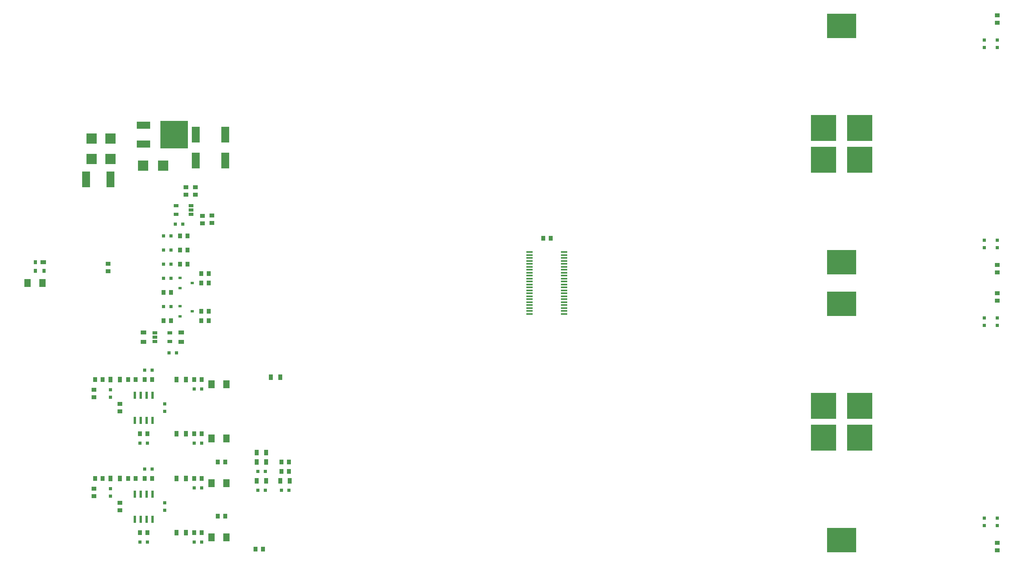
<source format=gtp>
G04 Layer_Color=8421504*
%FSLAX25Y25*%
%MOIN*%
G70*
G01*
G75*
%ADD10R,0.03150X0.03150*%
%ADD11R,0.03937X0.02756*%
%ADD12R,0.03543X0.03937*%
%ADD13R,0.08661X0.08661*%
%ADD14R,0.07008X0.13780*%
%ADD15R,0.11811X0.06299*%
%ADD16R,0.23622X0.23622*%
%ADD17R,0.03150X0.03150*%
%ADD18R,0.04724X0.03543*%
%ADD19R,0.03543X0.04724*%
%ADD20R,0.03937X0.03543*%
%ADD21R,0.05512X0.06693*%
%ADD22R,0.07087X0.13386*%
%ADD23R,0.02362X0.05905*%
%ADD24R,0.08661X0.08661*%
%ADD25R,0.03150X0.03543*%
%ADD26R,0.05709X0.01575*%
%ADD27R,0.02756X0.02362*%
%ADD28R,0.25000X0.20866*%
%ADD29R,0.21260X0.22047*%
D10*
X138004Y176500D02*
D03*
X131705D02*
D03*
X133150Y252000D02*
D03*
X126850D02*
D03*
X133150Y264000D02*
D03*
X126850D02*
D03*
X133150Y276000D02*
D03*
X126850D02*
D03*
X133150Y216000D02*
D03*
X126850D02*
D03*
X133150Y240000D02*
D03*
X126850D02*
D03*
X136850Y286000D02*
D03*
X143150D02*
D03*
X159150Y16000D02*
D03*
X152850D02*
D03*
X159150Y62000D02*
D03*
X152850D02*
D03*
X106850Y16000D02*
D03*
X113150D02*
D03*
X110850Y78000D02*
D03*
X117150D02*
D03*
X233150Y60000D02*
D03*
X226850D02*
D03*
X159150Y100000D02*
D03*
X152850D02*
D03*
X213150Y60000D02*
D03*
X206850D02*
D03*
X213150Y76000D02*
D03*
X206850D02*
D03*
X159150Y146000D02*
D03*
X152850D02*
D03*
X106850Y100000D02*
D03*
X113150D02*
D03*
X110850Y162000D02*
D03*
X117150D02*
D03*
D11*
X132299Y193740D02*
D03*
X119701Y190000D02*
D03*
X132299Y186260D02*
D03*
X119701D02*
D03*
Y193740D02*
D03*
X137701Y294260D02*
D03*
X150299Y298000D02*
D03*
X137701Y301740D02*
D03*
X150299D02*
D03*
Y294260D02*
D03*
D12*
X172850Y84000D02*
D03*
X179150D02*
D03*
Y38000D02*
D03*
X172850D02*
D03*
X455150Y274000D02*
D03*
X448850D02*
D03*
X204850Y10000D02*
D03*
X211150D02*
D03*
X159150Y24000D02*
D03*
X152850D02*
D03*
X103150Y70000D02*
D03*
X96850D02*
D03*
X75150D02*
D03*
X68850D02*
D03*
X113150Y24000D02*
D03*
X106850D02*
D03*
X117150Y70000D02*
D03*
X110850D02*
D03*
X233150Y76000D02*
D03*
X226850D02*
D03*
X159150Y70000D02*
D03*
X152850D02*
D03*
X147150Y252000D02*
D03*
X140850D02*
D03*
X147150Y264000D02*
D03*
X140850D02*
D03*
X147150Y276000D02*
D03*
X140850D02*
D03*
X226850Y84000D02*
D03*
X233150D02*
D03*
X159150Y108000D02*
D03*
X152850D02*
D03*
X103150Y154000D02*
D03*
X96850D02*
D03*
X75150D02*
D03*
X68850D02*
D03*
X158850Y212000D02*
D03*
X165150D02*
D03*
X158850Y236000D02*
D03*
X165150D02*
D03*
X113150Y108000D02*
D03*
X106850D02*
D03*
X126850Y204000D02*
D03*
X133150D02*
D03*
X158850D02*
D03*
X165150D02*
D03*
X126850Y228000D02*
D03*
X133150D02*
D03*
X158850Y244000D02*
D03*
X165150D02*
D03*
X117150Y154000D02*
D03*
X110850D02*
D03*
X159150D02*
D03*
X152850D02*
D03*
D13*
X82000Y341339D02*
D03*
Y358661D02*
D03*
X66000Y341339D02*
D03*
Y358661D02*
D03*
D14*
X81941Y324000D02*
D03*
X61351D02*
D03*
D15*
X110000Y354000D02*
D03*
Y370000D02*
D03*
D16*
X136000Y362000D02*
D03*
D17*
X823000Y36150D02*
D03*
Y29850D02*
D03*
X834000Y36150D02*
D03*
Y29850D02*
D03*
X823000Y199850D02*
D03*
Y206150D02*
D03*
X834000Y199850D02*
D03*
Y206150D02*
D03*
X823000Y272150D02*
D03*
Y265850D02*
D03*
X834000Y272150D02*
D03*
Y265850D02*
D03*
X823000Y435850D02*
D03*
Y442150D02*
D03*
X834000Y435850D02*
D03*
Y442150D02*
D03*
X82000Y61150D02*
D03*
Y54850D02*
D03*
X128000Y42850D02*
D03*
Y49150D02*
D03*
X82000Y145150D02*
D03*
Y138850D02*
D03*
X128000Y126850D02*
D03*
Y133150D02*
D03*
D18*
X142000Y193937D02*
D03*
Y186063D02*
D03*
X110000Y193937D02*
D03*
Y186063D02*
D03*
X24953Y253543D02*
D03*
D19*
X225937Y156000D02*
D03*
X218063D02*
D03*
X138063Y24000D02*
D03*
X145937D02*
D03*
X82063Y70000D02*
D03*
X89937D02*
D03*
X233937Y68000D02*
D03*
X226063D02*
D03*
X138063Y70000D02*
D03*
X145937D02*
D03*
X138063Y108000D02*
D03*
X145937D02*
D03*
X82063Y154000D02*
D03*
X89937D02*
D03*
X213937Y68000D02*
D03*
X206063D02*
D03*
X213937Y84000D02*
D03*
X206063D02*
D03*
X213937Y92000D02*
D03*
X206063D02*
D03*
X138063Y154000D02*
D03*
X145937D02*
D03*
D20*
X80000Y252299D02*
D03*
Y246000D02*
D03*
X834000Y15150D02*
D03*
Y8850D02*
D03*
Y220850D02*
D03*
Y227150D02*
D03*
Y251150D02*
D03*
Y244850D02*
D03*
Y456850D02*
D03*
Y463150D02*
D03*
X154000Y310850D02*
D03*
Y317150D02*
D03*
X146000D02*
D03*
Y310850D02*
D03*
X168000Y293150D02*
D03*
Y286850D02*
D03*
X160000Y292850D02*
D03*
Y286551D02*
D03*
X68000Y61150D02*
D03*
Y54850D02*
D03*
X90000Y42850D02*
D03*
Y49150D02*
D03*
X68000Y145150D02*
D03*
Y138850D02*
D03*
X90000Y126850D02*
D03*
Y133150D02*
D03*
D21*
X180299Y20000D02*
D03*
X167701D02*
D03*
X180299Y66000D02*
D03*
X167701D02*
D03*
X180299Y104000D02*
D03*
X167701D02*
D03*
X180299Y150000D02*
D03*
X167701D02*
D03*
X11701Y236000D02*
D03*
X24299D02*
D03*
D22*
X154124Y362000D02*
D03*
X179321D02*
D03*
X154124Y340000D02*
D03*
X179321D02*
D03*
D23*
X117500Y56630D02*
D03*
X112500D02*
D03*
X107500D02*
D03*
X102500D02*
D03*
Y35370D02*
D03*
X107500D02*
D03*
X112500D02*
D03*
X117500D02*
D03*
Y140630D02*
D03*
X112500D02*
D03*
X107500D02*
D03*
X102500D02*
D03*
Y119370D02*
D03*
X107500D02*
D03*
X112500D02*
D03*
X117500D02*
D03*
D24*
X126763Y335743D02*
D03*
X109440D02*
D03*
D25*
X25740Y246457D02*
D03*
X18260D02*
D03*
Y253543D02*
D03*
D26*
X437236Y232250D02*
D03*
Y229750D02*
D03*
Y227250D02*
D03*
Y224750D02*
D03*
Y222250D02*
D03*
Y219750D02*
D03*
Y217250D02*
D03*
Y214750D02*
D03*
Y212250D02*
D03*
Y209750D02*
D03*
X466764Y232250D02*
D03*
Y229750D02*
D03*
Y227250D02*
D03*
Y224750D02*
D03*
Y222250D02*
D03*
Y219750D02*
D03*
Y217250D02*
D03*
Y214750D02*
D03*
Y212250D02*
D03*
Y209750D02*
D03*
Y262250D02*
D03*
Y259750D02*
D03*
Y257250D02*
D03*
Y254750D02*
D03*
Y252250D02*
D03*
Y249750D02*
D03*
Y247250D02*
D03*
Y244750D02*
D03*
Y242250D02*
D03*
Y239750D02*
D03*
Y237250D02*
D03*
Y234750D02*
D03*
X437236D02*
D03*
Y237250D02*
D03*
Y239750D02*
D03*
Y242250D02*
D03*
Y244750D02*
D03*
Y247250D02*
D03*
Y249750D02*
D03*
Y252250D02*
D03*
Y254750D02*
D03*
Y257250D02*
D03*
Y259750D02*
D03*
Y262250D02*
D03*
D27*
X151118Y212000D02*
D03*
X140882Y207669D02*
D03*
Y216331D02*
D03*
X151118Y236000D02*
D03*
X140882Y231669D02*
D03*
Y240331D02*
D03*
D28*
X702000Y17567D02*
D03*
Y218433D02*
D03*
Y253567D02*
D03*
Y454433D02*
D03*
D29*
X686646Y104535D02*
D03*
X717354D02*
D03*
Y131465D02*
D03*
X686646D02*
D03*
Y340535D02*
D03*
X717354D02*
D03*
Y367465D02*
D03*
X686646D02*
D03*
M02*

</source>
